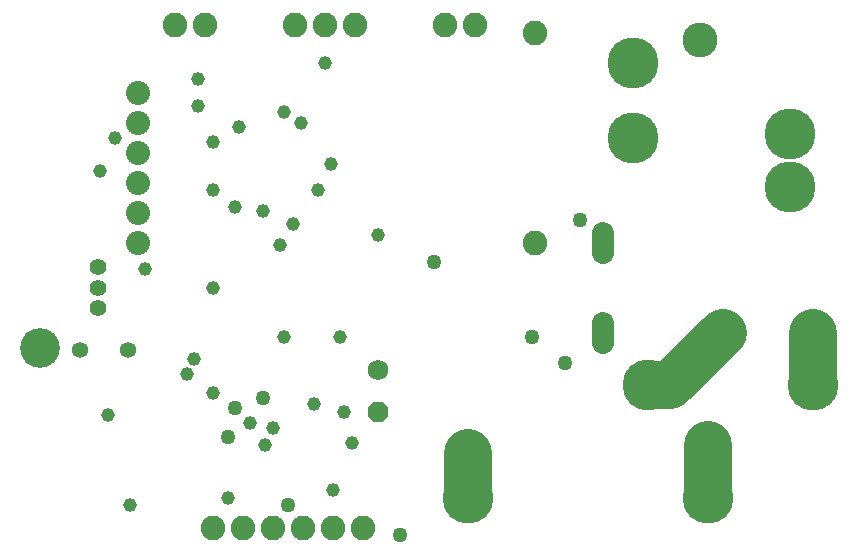
<source format=gbs>
G75*
G70*
%OFA0B0*%
%FSLAX24Y24*%
%IPPOS*%
%LPD*%
%AMOC8*
5,1,8,0,0,1.08239X$1,22.5*
%
%ADD10C,0.1600*%
%ADD11C,0.1320*%
%ADD12C,0.1162*%
%ADD13C,0.0820*%
%ADD14C,0.0560*%
%ADD15C,0.0535*%
%ADD16C,0.0800*%
%ADD17OC8,0.0690*%
%ADD18C,0.0690*%
%ADD19C,0.0710*%
%ADD20C,0.0720*%
%ADD21C,0.1700*%
%ADD22C,0.0496*%
%ADD23C,0.0457*%
D10*
X016430Y002430D02*
X016430Y003930D01*
X022430Y006180D02*
X023180Y006180D01*
X024930Y007930D01*
X027930Y007930D02*
X027930Y006180D01*
X024430Y004180D02*
X024430Y002430D01*
D11*
X002180Y007430D03*
D12*
X024180Y017680D03*
D13*
X018680Y017930D03*
X016680Y018180D03*
X015680Y018180D03*
X012680Y018180D03*
X011680Y018180D03*
X010680Y018180D03*
X007680Y018180D03*
X006680Y018180D03*
X018680Y010930D03*
X012930Y001430D03*
X011930Y001430D03*
X010930Y001430D03*
X009930Y001430D03*
X008930Y001430D03*
X007930Y001430D03*
D14*
X004118Y008742D03*
X004118Y009430D03*
X004118Y010117D03*
D15*
X003518Y007367D03*
X005092Y007367D03*
D16*
X005430Y010930D03*
X005430Y011930D03*
X005430Y012930D03*
X005430Y013930D03*
X005430Y014930D03*
X005430Y015930D03*
D17*
X013430Y005293D03*
D18*
X013430Y006693D03*
D19*
X016105Y004180D02*
X016755Y004180D01*
X024105Y004180D02*
X024755Y004180D01*
D20*
X024930Y007600D02*
X024930Y008260D01*
X027930Y008260D02*
X027930Y007600D01*
X020930Y007600D02*
X020930Y008260D01*
X020930Y010600D02*
X020930Y011260D01*
D21*
X021930Y014430D03*
X021930Y016930D03*
X027180Y014555D03*
X027180Y012805D03*
X027930Y006180D03*
X024430Y002430D03*
X022430Y006180D03*
X016430Y002430D03*
D22*
X014180Y001180D03*
X010430Y002180D03*
X008430Y004458D03*
X008680Y005430D03*
X009618Y005743D03*
X015305Y010305D03*
X018555Y007805D03*
X019680Y006930D03*
X020180Y011680D03*
D23*
X005180Y002180D03*
X008430Y002430D03*
X009680Y004180D03*
X009930Y004743D03*
X009180Y004930D03*
X007930Y005930D03*
X007055Y006555D03*
X007305Y007055D03*
X004430Y005180D03*
X010305Y007805D03*
X012179Y007804D03*
X011305Y005555D03*
X012305Y005305D03*
X012555Y004242D03*
X011930Y002680D03*
X007930Y009430D03*
X010180Y010868D03*
X010618Y011555D03*
X009618Y011993D03*
X008680Y012118D03*
X007930Y012680D03*
X007930Y014305D03*
X008805Y014805D03*
X007430Y015493D03*
X007430Y016399D03*
X010305Y015305D03*
X010867Y014930D03*
X011867Y013555D03*
X011430Y012680D03*
X013430Y011180D03*
X005680Y010055D03*
X004180Y013336D03*
X004680Y014430D03*
X011680Y016930D03*
M02*

</source>
